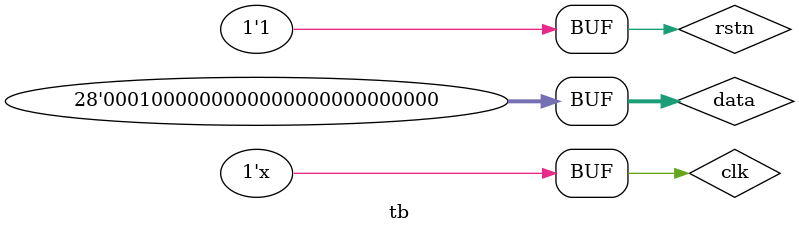
<source format=v>
`timescale 1 ps/ 1 ps

module tb();

    parameter CLK_FREQ_MHz   = 85;
    parameter CLK_SEMI_PERIOD= 1e3/CLK_FREQ_MHz/2;

    reg clk;
    reg rstn;

    reg [27:0] data;

    design_wrapper uut (
        .O2_CLK(clk),
        .O2_D(data)
    );
    
    wire reserFromCounter;
    counter uut2 (
        .clk(clk),
        .rstn(rstn)
    );

    initial begin 
        clk <= 0;
        rstn <= 0;
        data <= 28'b0101000000000000000000000000;
        
        #10
        
        rstn <= 1;
        
        #10000
        data <= 28'b0100000000000000000000000000;
        
        #10000
        data <= 28'b0001000000000000000000000000;
    end
    
    always #CLK_SEMI_PERIOD clk = ~clk;

    

endmodule
</source>
